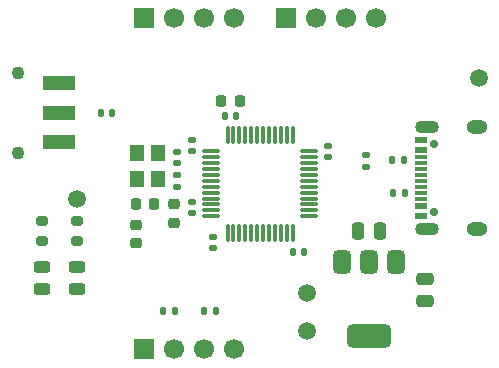
<source format=gbr>
%TF.GenerationSoftware,KiCad,Pcbnew,9.0.3*%
%TF.CreationDate,2025-08-26T21:56:11+08:00*%
%TF.ProjectId,firstm32,66697273-746d-4333-922e-6b696361645f,rev?*%
%TF.SameCoordinates,Original*%
%TF.FileFunction,Soldermask,Top*%
%TF.FilePolarity,Negative*%
%FSLAX46Y46*%
G04 Gerber Fmt 4.6, Leading zero omitted, Abs format (unit mm)*
G04 Created by KiCad (PCBNEW 9.0.3) date 2025-08-26 21:56:11*
%MOMM*%
%LPD*%
G01*
G04 APERTURE LIST*
G04 Aperture macros list*
%AMRoundRect*
0 Rectangle with rounded corners*
0 $1 Rounding radius*
0 $2 $3 $4 $5 $6 $7 $8 $9 X,Y pos of 4 corners*
0 Add a 4 corners polygon primitive as box body*
4,1,4,$2,$3,$4,$5,$6,$7,$8,$9,$2,$3,0*
0 Add four circle primitives for the rounded corners*
1,1,$1+$1,$2,$3*
1,1,$1+$1,$4,$5*
1,1,$1+$1,$6,$7*
1,1,$1+$1,$8,$9*
0 Add four rect primitives between the rounded corners*
20,1,$1+$1,$2,$3,$4,$5,0*
20,1,$1+$1,$4,$5,$6,$7,0*
20,1,$1+$1,$6,$7,$8,$9,0*
20,1,$1+$1,$8,$9,$2,$3,0*%
G04 Aperture macros list end*
%ADD10C,0.700000*%
%ADD11R,1.100000X0.550000*%
%ADD12R,1.100000X0.300000*%
%ADD13O,2.000000X1.100000*%
%ADD14O,1.800000X1.200000*%
%ADD15RoundRect,0.135000X0.135000X0.185000X-0.135000X0.185000X-0.135000X-0.185000X0.135000X-0.185000X0*%
%ADD16RoundRect,0.135000X-0.135000X-0.185000X0.135000X-0.185000X0.135000X0.185000X-0.135000X0.185000X0*%
%ADD17RoundRect,0.075000X-0.662500X-0.075000X0.662500X-0.075000X0.662500X0.075000X-0.662500X0.075000X0*%
%ADD18RoundRect,0.075000X-0.075000X-0.662500X0.075000X-0.662500X0.075000X0.662500X-0.075000X0.662500X0*%
%ADD19RoundRect,0.140000X-0.140000X-0.170000X0.140000X-0.170000X0.140000X0.170000X-0.140000X0.170000X0*%
%ADD20C,1.500000*%
%ADD21RoundRect,0.140000X-0.170000X0.140000X-0.170000X-0.140000X0.170000X-0.140000X0.170000X0.140000X0*%
%ADD22RoundRect,0.243750X0.456250X-0.243750X0.456250X0.243750X-0.456250X0.243750X-0.456250X-0.243750X0*%
%ADD23RoundRect,0.225000X-0.250000X0.225000X-0.250000X-0.225000X0.250000X-0.225000X0.250000X0.225000X0*%
%ADD24RoundRect,0.375000X-0.375000X0.625000X-0.375000X-0.625000X0.375000X-0.625000X0.375000X0.625000X0*%
%ADD25RoundRect,0.500000X-1.400000X0.500000X-1.400000X-0.500000X1.400000X-0.500000X1.400000X0.500000X0*%
%ADD26R,1.700000X1.700000*%
%ADD27C,1.700000*%
%ADD28RoundRect,0.140000X0.140000X0.170000X-0.140000X0.170000X-0.140000X-0.170000X0.140000X-0.170000X0*%
%ADD29RoundRect,0.200000X-0.275000X0.200000X-0.275000X-0.200000X0.275000X-0.200000X0.275000X0.200000X0*%
%ADD30RoundRect,0.225000X-0.225000X-0.250000X0.225000X-0.250000X0.225000X0.250000X-0.225000X0.250000X0*%
%ADD31RoundRect,0.250000X-0.250000X-0.475000X0.250000X-0.475000X0.250000X0.475000X-0.250000X0.475000X0*%
%ADD32RoundRect,0.135000X0.185000X-0.135000X0.185000X0.135000X-0.185000X0.135000X-0.185000X-0.135000X0*%
%ADD33RoundRect,0.250000X0.475000X-0.250000X0.475000X0.250000X-0.475000X0.250000X-0.475000X-0.250000X0*%
%ADD34C,1.100000*%
%ADD35R,2.700000X1.200000*%
%ADD36RoundRect,0.140000X0.170000X-0.140000X0.170000X0.140000X-0.170000X0.140000X-0.170000X-0.140000X0*%
%ADD37R,1.200000X1.400000*%
%ADD38RoundRect,0.218750X0.218750X0.256250X-0.218750X0.256250X-0.218750X-0.256250X0.218750X-0.256250X0*%
G04 APERTURE END LIST*
D10*
%TO.C,J1*%
X163200000Y-107390000D03*
X163200000Y-101610000D03*
D11*
X162120000Y-107700000D03*
X162120000Y-106900000D03*
D12*
X162120000Y-105750000D03*
X162120000Y-104750000D03*
X162120000Y-105250000D03*
X162120000Y-103250000D03*
D11*
X162120000Y-106900000D03*
X162120000Y-107700000D03*
X162120000Y-101300000D03*
X162120000Y-102100000D03*
D12*
X162120000Y-102750000D03*
X162120000Y-103750000D03*
X162120000Y-104250000D03*
X162120000Y-106250000D03*
D11*
X162120000Y-102100000D03*
X162120000Y-101300000D03*
D13*
X162670000Y-108820000D03*
D14*
X166880000Y-108820000D03*
D13*
X162670000Y-100180000D03*
D14*
X166880000Y-100180000D03*
%TD*%
D15*
%TO.C,R8*%
X140280000Y-115800000D03*
X141300000Y-115800000D03*
%TD*%
D16*
%TO.C,R7*%
X144800000Y-115800000D03*
X143780000Y-115800000D03*
%TD*%
D17*
%TO.C,U2*%
X144337500Y-102250000D03*
X144337500Y-102750000D03*
X144337500Y-103250000D03*
X144337500Y-103750000D03*
X144337500Y-104250000D03*
X144337500Y-104750000D03*
X144337500Y-105250000D03*
X144337500Y-105750000D03*
X144337500Y-106250000D03*
X144337500Y-106750000D03*
X144337500Y-107250000D03*
X144337500Y-107750000D03*
D18*
X145750000Y-109162500D03*
X146250000Y-109162500D03*
X146750000Y-109162500D03*
X147250000Y-109162500D03*
X147750000Y-109162500D03*
X148250000Y-109162500D03*
X148750000Y-109162500D03*
X149250000Y-109162500D03*
X149750000Y-109162500D03*
X150250000Y-109162500D03*
X150750000Y-109162500D03*
X151250000Y-109162500D03*
D17*
X152662500Y-107750000D03*
X152662500Y-107250000D03*
X152662500Y-106750000D03*
X152662500Y-106250000D03*
X152662500Y-105750000D03*
X152662500Y-105250000D03*
X152662500Y-104750000D03*
X152662500Y-104250000D03*
X152662500Y-103750000D03*
X152662500Y-103250000D03*
X152662500Y-102750000D03*
X152662500Y-102250000D03*
D18*
X151250000Y-100837500D03*
X150750000Y-100837500D03*
X150250000Y-100837500D03*
X149750000Y-100837500D03*
X149250000Y-100837500D03*
X148750000Y-100837500D03*
X148250000Y-100837500D03*
X147750000Y-100837500D03*
X147250000Y-100837500D03*
X146750000Y-100837500D03*
X146250000Y-100837500D03*
X145750000Y-100837500D03*
%TD*%
D19*
%TO.C,C3*%
X145520000Y-99250000D03*
X146480000Y-99250000D03*
%TD*%
D20*
%TO.C,TP4*%
X167000000Y-96000000D03*
%TD*%
D16*
%TO.C,R2*%
X159740000Y-105750000D03*
X160760000Y-105750000D03*
%TD*%
D21*
%TO.C,C6*%
X142750000Y-106520000D03*
X142750000Y-107480000D03*
%TD*%
D22*
%TO.C,D2*%
X130000000Y-113937500D03*
X130000000Y-112062500D03*
%TD*%
D23*
%TO.C,C7*%
X141250000Y-106725000D03*
X141250000Y-108275000D03*
%TD*%
D24*
%TO.C,U1*%
X160050000Y-111600000D03*
X157750000Y-111600000D03*
D25*
X157750000Y-117900000D03*
D24*
X155450000Y-111600000D03*
%TD*%
D26*
%TO.C,J2*%
X150690000Y-91000000D03*
D27*
X153230000Y-91000000D03*
X155770000Y-91000000D03*
X158310000Y-91000000D03*
%TD*%
D26*
%TO.C,J4*%
X138690000Y-119000000D03*
D27*
X141230000Y-119000000D03*
X143770000Y-119000000D03*
X146310000Y-119000000D03*
%TD*%
D28*
%TO.C,C2*%
X152230000Y-110750000D03*
X151270000Y-110750000D03*
%TD*%
D29*
%TO.C,R5*%
X133000000Y-108175000D03*
X133000000Y-109825000D03*
%TD*%
D23*
%TO.C,C8*%
X138000000Y-108475000D03*
X138000000Y-110025000D03*
%TD*%
D21*
%TO.C,C11*%
X141500000Y-104270000D03*
X141500000Y-105230000D03*
%TD*%
D30*
%TO.C,C5*%
X145225000Y-98000000D03*
X146775000Y-98000000D03*
%TD*%
D31*
%TO.C,C12*%
X156800000Y-109000000D03*
X158700000Y-109000000D03*
%TD*%
D32*
%TO.C,R4*%
X157500000Y-103575000D03*
X157500000Y-102555000D03*
%TD*%
D33*
%TO.C,C13*%
X162500000Y-114950000D03*
X162500000Y-113050000D03*
%TD*%
D20*
%TO.C,TP2*%
X152500000Y-117500000D03*
%TD*%
D34*
%TO.C,SW1*%
X128042500Y-102400000D03*
X128042500Y-95600000D03*
D35*
X131452500Y-101500000D03*
X131452500Y-99000000D03*
X131452500Y-96500000D03*
%TD*%
D21*
%TO.C,C9*%
X144500000Y-109500000D03*
X144500000Y-110460000D03*
%TD*%
D29*
%TO.C,R6*%
X130000000Y-108175000D03*
X130000000Y-109825000D03*
%TD*%
D21*
%TO.C,C1*%
X154250000Y-101790000D03*
X154250000Y-102750000D03*
%TD*%
D16*
%TO.C,R3*%
X159690000Y-103000000D03*
X160710000Y-103000000D03*
%TD*%
D36*
%TO.C,C4*%
X142750000Y-102250000D03*
X142750000Y-101290000D03*
%TD*%
D20*
%TO.C,TP1*%
X133000000Y-106250000D03*
%TD*%
D19*
%TO.C,R1*%
X135000000Y-99000000D03*
X135960000Y-99000000D03*
%TD*%
D22*
%TO.C,D1*%
X133000000Y-113937500D03*
X133000000Y-112062500D03*
%TD*%
D20*
%TO.C,TP3*%
X152500000Y-114250000D03*
%TD*%
D37*
%TO.C,Y1*%
X138120000Y-102400000D03*
X138120000Y-104600000D03*
X139880000Y-104600000D03*
X139880000Y-102400000D03*
%TD*%
D36*
%TO.C,C10*%
X141500000Y-103250000D03*
X141500000Y-102290000D03*
%TD*%
D26*
%TO.C,J3*%
X138690000Y-91000000D03*
D27*
X141230000Y-91000000D03*
X143770000Y-91000000D03*
X146310000Y-91000000D03*
%TD*%
D38*
%TO.C,FB1*%
X139537500Y-106750000D03*
X137962500Y-106750000D03*
%TD*%
M02*

</source>
